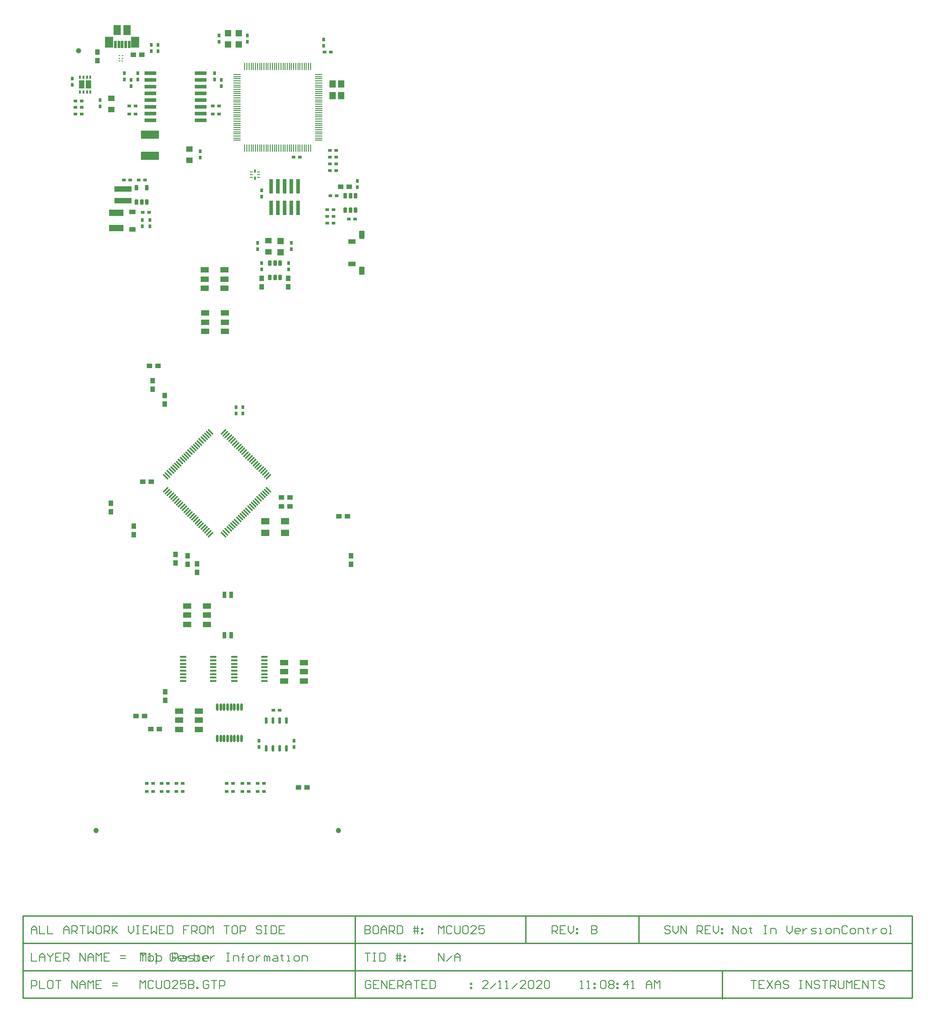
<source format=gtp>
G04*
G04 #@! TF.GenerationSoftware,Altium Limited,Altium Designer,18.1.9 (240)*
G04*
G04 Layer_Color=9021481*
%FSAX25Y25*%
%MOIN*%
G70*
G01*
G75*
%ADD11C,0.01000*%
%ADD18C,0.00800*%
G04:AMPARAMS|DCode=35|XSize=57.87mil|YSize=41.73mil|CornerRadius=1.88mil|HoleSize=0mil|Usage=FLASHONLY|Rotation=270.000|XOffset=0mil|YOffset=0mil|HoleType=Round|Shape=RoundedRectangle|*
%AMROUNDEDRECTD35*
21,1,0.05787,0.03798,0,0,270.0*
21,1,0.05412,0.04173,0,0,270.0*
1,1,0.00376,-0.01899,-0.02706*
1,1,0.00376,-0.01899,0.02706*
1,1,0.00376,0.01899,0.02706*
1,1,0.00376,0.01899,-0.02706*
%
%ADD35ROUNDEDRECTD35*%
G04:AMPARAMS|DCode=36|XSize=25.59mil|YSize=88.58mil|CornerRadius=1.92mil|HoleSize=0mil|Usage=FLASHONLY|Rotation=270.000|XOffset=0mil|YOffset=0mil|HoleType=Round|Shape=RoundedRectangle|*
%AMROUNDEDRECTD36*
21,1,0.02559,0.08474,0,0,270.0*
21,1,0.02175,0.08858,0,0,270.0*
1,1,0.00384,-0.04237,-0.01088*
1,1,0.00384,-0.04237,0.01088*
1,1,0.00384,0.04237,0.01088*
1,1,0.00384,0.04237,-0.01088*
%
%ADD36ROUNDEDRECTD36*%
G04:AMPARAMS|DCode=37|XSize=7.87mil|YSize=13.78mil|CornerRadius=1.97mil|HoleSize=0mil|Usage=FLASHONLY|Rotation=270.000|XOffset=0mil|YOffset=0mil|HoleType=Round|Shape=RoundedRectangle|*
%AMROUNDEDRECTD37*
21,1,0.00787,0.00984,0,0,270.0*
21,1,0.00394,0.01378,0,0,270.0*
1,1,0.00394,-0.00492,-0.00197*
1,1,0.00394,-0.00492,0.00197*
1,1,0.00394,0.00492,0.00197*
1,1,0.00394,0.00492,-0.00197*
%
%ADD37ROUNDEDRECTD37*%
G04:AMPARAMS|DCode=38|XSize=7.87mil|YSize=11.81mil|CornerRadius=1.97mil|HoleSize=0mil|Usage=FLASHONLY|Rotation=270.000|XOffset=0mil|YOffset=0mil|HoleType=Round|Shape=RoundedRectangle|*
%AMROUNDEDRECTD38*
21,1,0.00787,0.00787,0,0,270.0*
21,1,0.00394,0.01181,0,0,270.0*
1,1,0.00394,-0.00394,-0.00197*
1,1,0.00394,-0.00394,0.00197*
1,1,0.00394,0.00394,0.00197*
1,1,0.00394,0.00394,-0.00197*
%
%ADD38ROUNDEDRECTD38*%
%ADD39R,0.06299X0.04921*%
%ADD40R,0.03150X0.02362*%
%ADD41R,0.04724X0.04724*%
%ADD42O,0.02165X0.04921*%
%ADD43R,0.02362X0.03150*%
%ADD44R,0.04724X0.05512*%
%ADD45R,0.02913X0.10984*%
G04:AMPARAMS|DCode=46|XSize=11.81mil|YSize=23.62mil|CornerRadius=1.95mil|HoleSize=0mil|Usage=FLASHONLY|Rotation=0.000|XOffset=0mil|YOffset=0mil|HoleType=Round|Shape=RoundedRectangle|*
%AMROUNDEDRECTD46*
21,1,0.01181,0.01972,0,0,0.0*
21,1,0.00791,0.02362,0,0,0.0*
1,1,0.00390,0.00396,-0.00986*
1,1,0.00390,-0.00396,-0.00986*
1,1,0.00390,-0.00396,0.00986*
1,1,0.00390,0.00396,0.00986*
%
%ADD46ROUNDEDRECTD46*%
G04:AMPARAMS|DCode=47|XSize=9.84mil|YSize=21.65mil|CornerRadius=1.97mil|HoleSize=0mil|Usage=FLASHONLY|Rotation=270.000|XOffset=0mil|YOffset=0mil|HoleType=Round|Shape=RoundedRectangle|*
%AMROUNDEDRECTD47*
21,1,0.00984,0.01772,0,0,270.0*
21,1,0.00591,0.02165,0,0,270.0*
1,1,0.00394,-0.00886,-0.00295*
1,1,0.00394,-0.00886,0.00295*
1,1,0.00394,0.00886,0.00295*
1,1,0.00394,0.00886,-0.00295*
%
%ADD47ROUNDEDRECTD47*%
G04:AMPARAMS|DCode=48|XSize=7.87mil|YSize=21.65mil|CornerRadius=1.97mil|HoleSize=0mil|Usage=FLASHONLY|Rotation=270.000|XOffset=0mil|YOffset=0mil|HoleType=Round|Shape=RoundedRectangle|*
%AMROUNDEDRECTD48*
21,1,0.00787,0.01772,0,0,270.0*
21,1,0.00394,0.02165,0,0,270.0*
1,1,0.00394,-0.00886,-0.00197*
1,1,0.00394,-0.00886,0.00197*
1,1,0.00394,0.00886,0.00197*
1,1,0.00394,0.00886,-0.00197*
%
%ADD48ROUNDEDRECTD48*%
%ADD49R,0.04724X0.04331*%
%ADD50C,0.03937*%
%ADD51R,0.13386X0.06299*%
%ADD52R,0.04803X0.03602*%
%ADD53R,0.12598X0.03937*%
G04:AMPARAMS|DCode=54|XSize=35.43mil|YSize=51.18mil|CornerRadius=1.95mil|HoleSize=0mil|Usage=FLASHONLY|Rotation=270.000|XOffset=0mil|YOffset=0mil|HoleType=Round|Shape=RoundedRectangle|*
%AMROUNDEDRECTD54*
21,1,0.03543,0.04728,0,0,270.0*
21,1,0.03154,0.05118,0,0,270.0*
1,1,0.00390,-0.02364,-0.01577*
1,1,0.00390,-0.02364,0.01577*
1,1,0.00390,0.02364,0.01577*
1,1,0.00390,0.02364,-0.01577*
%
%ADD54ROUNDEDRECTD54*%
G04:AMPARAMS|DCode=55|XSize=57.09mil|YSize=39.37mil|CornerRadius=1.97mil|HoleSize=0mil|Usage=FLASHONLY|Rotation=270.000|XOffset=0mil|YOffset=0mil|HoleType=Round|Shape=RoundedRectangle|*
%AMROUNDEDRECTD55*
21,1,0.05709,0.03543,0,0,270.0*
21,1,0.05315,0.03937,0,0,270.0*
1,1,0.00394,-0.01772,-0.02657*
1,1,0.00394,-0.01772,0.02657*
1,1,0.00394,0.01772,0.02657*
1,1,0.00394,0.01772,-0.02657*
%
%ADD55ROUNDEDRECTD55*%
%ADD56R,0.06299X0.03937*%
G04:AMPARAMS|DCode=57|XSize=23.62mil|YSize=39.37mil|CornerRadius=2.01mil|HoleSize=0mil|Usage=FLASHONLY|Rotation=180.000|XOffset=0mil|YOffset=0mil|HoleType=Round|Shape=RoundedRectangle|*
%AMROUNDEDRECTD57*
21,1,0.02362,0.03535,0,0,180.0*
21,1,0.01961,0.03937,0,0,180.0*
1,1,0.00402,-0.00980,0.01768*
1,1,0.00402,0.00980,0.01768*
1,1,0.00402,0.00980,-0.01768*
1,1,0.00402,-0.00980,-0.01768*
%
%ADD57ROUNDEDRECTD57*%
%ADD58R,0.10630X0.05118*%
%ADD59R,0.03740X0.03937*%
%ADD60R,0.03937X0.03740*%
%ADD61R,0.02992X0.05000*%
%ADD62R,0.06299X0.03937*%
%ADD63O,0.00787X0.05512*%
%ADD64O,0.05512X0.00787*%
%ADD65O,0.01772X0.05512*%
%ADD66O,0.04724X0.01575*%
G04:AMPARAMS|DCode=67|XSize=58.07mil|YSize=82.68mil|CornerRadius=2.03mil|HoleSize=0mil|Usage=FLASHONLY|Rotation=0.000|XOffset=0mil|YOffset=0mil|HoleType=Round|Shape=RoundedRectangle|*
%AMROUNDEDRECTD67*
21,1,0.05807,0.07861,0,0,0.0*
21,1,0.05401,0.08268,0,0,0.0*
1,1,0.00407,0.02700,-0.03931*
1,1,0.00407,-0.02700,-0.03931*
1,1,0.00407,-0.02700,0.03931*
1,1,0.00407,0.02700,0.03931*
%
%ADD67ROUNDEDRECTD67*%
G04:AMPARAMS|DCode=68|XSize=54.13mil|YSize=74.8mil|CornerRadius=1.9mil|HoleSize=0mil|Usage=FLASHONLY|Rotation=0.000|XOffset=0mil|YOffset=0mil|HoleType=Round|Shape=RoundedRectangle|*
%AMROUNDEDRECTD68*
21,1,0.05413,0.07101,0,0,0.0*
21,1,0.05034,0.07480,0,0,0.0*
1,1,0.00379,0.02517,-0.03551*
1,1,0.00379,-0.02517,-0.03551*
1,1,0.00379,-0.02517,0.03551*
1,1,0.00379,0.02517,0.03551*
%
%ADD68ROUNDEDRECTD68*%
G04:AMPARAMS|DCode=69|XSize=17.72mil|YSize=54.33mil|CornerRadius=1.95mil|HoleSize=0mil|Usage=FLASHONLY|Rotation=0.000|XOffset=0mil|YOffset=0mil|HoleType=Round|Shape=RoundedRectangle|*
%AMROUNDEDRECTD69*
21,1,0.01772,0.05043,0,0,0.0*
21,1,0.01382,0.05433,0,0,0.0*
1,1,0.00390,0.00691,-0.02522*
1,1,0.00390,-0.00691,-0.02522*
1,1,0.00390,-0.00691,0.02522*
1,1,0.00390,0.00691,0.02522*
%
%ADD69ROUNDEDRECTD69*%
G04:AMPARAMS|DCode=70|XSize=11.81mil|YSize=57.09mil|CornerRadius=0mil|HoleSize=0mil|Usage=FLASHONLY|Rotation=315.000|XOffset=0mil|YOffset=0mil|HoleType=Round|Shape=Round|*
%AMOVALD70*
21,1,0.04528,0.01181,0.00000,0.00000,45.0*
1,1,0.01181,-0.01601,-0.01601*
1,1,0.01181,0.01601,0.01601*
%
%ADD70OVALD70*%

G04:AMPARAMS|DCode=71|XSize=11.81mil|YSize=57.09mil|CornerRadius=0mil|HoleSize=0mil|Usage=FLASHONLY|Rotation=45.000|XOffset=0mil|YOffset=0mil|HoleType=Round|Shape=Round|*
%AMOVALD71*
21,1,0.04528,0.01181,0.00000,0.00000,135.0*
1,1,0.01181,0.01601,-0.01601*
1,1,0.01181,-0.01601,0.01601*
%
%ADD71OVALD71*%

G54D11*
X0559400Y0039400D02*
Y0059683D01*
X0440500Y0040050D02*
X0700200D01*
Y0101050D01*
X0286500Y0040050D02*
Y0101050D01*
X0040000Y0040050D02*
Y0101050D01*
X0040050Y0040050D02*
X0197600D01*
X0040050D02*
Y0101050D01*
X0700200D01*
X0040000Y0040050D02*
X0440500D01*
X0040000Y0060383D02*
X0700000D01*
X0040000Y0080717D02*
X0700200D01*
X0413200D02*
Y0101050D01*
X0497200Y0080717D02*
Y0101050D01*
G54D18*
X0126900Y0073549D02*
X0130899D01*
X0128899D01*
Y0067551D01*
X0133898D02*
X0135897D01*
X0136897Y0068550D01*
Y0070550D01*
X0135897Y0071549D01*
X0133898D01*
X0132898Y0070550D01*
Y0068550D01*
X0133898Y0067551D01*
X0138896Y0065551D02*
Y0071549D01*
X0141895D01*
X0142895Y0070550D01*
Y0068550D01*
X0141895Y0067551D01*
X0138896D01*
X0150892D02*
Y0073549D01*
X0153891D01*
X0154891Y0072549D01*
Y0070550D01*
X0153891Y0069550D01*
X0150892D01*
X0157890Y0071549D02*
X0159889D01*
X0160889Y0070550D01*
Y0067551D01*
X0157890D01*
X0156890Y0068550D01*
X0157890Y0069550D01*
X0160889D01*
X0162888Y0067551D02*
X0165887D01*
X0166887Y0068550D01*
X0165887Y0069550D01*
X0163888D01*
X0162888Y0070550D01*
X0163888Y0071549D01*
X0166887D01*
X0169886Y0072549D02*
Y0071549D01*
X0168886D01*
X0170886D01*
X0169886D01*
Y0068550D01*
X0170886Y0067551D01*
X0176884D02*
X0174884D01*
X0173885Y0068550D01*
Y0070550D01*
X0174884Y0071549D01*
X0176884D01*
X0177884Y0070550D01*
Y0069550D01*
X0173885D01*
X0127200Y0067400D02*
Y0073398D01*
X0129199Y0071399D01*
X0131199Y0073398D01*
Y0067400D01*
X0133198D02*
X0135197D01*
X0134198D01*
Y0073398D01*
X0133198Y0072398D01*
X0138196Y0067400D02*
X0140196D01*
X0139196D01*
Y0073398D01*
X0138196Y0072398D01*
X0153192D02*
X0152192Y0073398D01*
X0150193D01*
X0149193Y0072398D01*
Y0068400D01*
X0150193Y0067400D01*
X0152192D01*
X0153192Y0068400D01*
Y0070399D01*
X0151192D01*
X0158190Y0067400D02*
X0156191D01*
X0155191Y0068400D01*
Y0070399D01*
X0156191Y0071399D01*
X0158190D01*
X0159190Y0070399D01*
Y0069399D01*
X0155191D01*
X0161189Y0071399D02*
Y0067400D01*
Y0069399D01*
X0162189Y0070399D01*
X0163188Y0071399D01*
X0164188D01*
X0167187Y0073398D02*
Y0067400D01*
X0170186D01*
X0171186Y0068400D01*
Y0069399D01*
Y0070399D01*
X0170186Y0071399D01*
X0167187D01*
X0176184Y0067400D02*
X0174185D01*
X0173185Y0068400D01*
Y0070399D01*
X0174185Y0071399D01*
X0176184D01*
X0177184Y0070399D01*
Y0069399D01*
X0173185D01*
X0179183Y0071399D02*
Y0067400D01*
Y0069399D01*
X0180183Y0070399D01*
X0181183Y0071399D01*
X0182182D01*
X0191179Y0073398D02*
X0193179D01*
X0192179D01*
Y0067400D01*
X0191179D01*
X0193179D01*
X0196178D02*
Y0071399D01*
X0199177D01*
X0200176Y0070399D01*
Y0067400D01*
X0203175D02*
Y0072398D01*
Y0070399D01*
X0202176D01*
X0204175D01*
X0203175D01*
Y0072398D01*
X0204175Y0073398D01*
X0208174Y0067400D02*
X0210173D01*
X0211173Y0068400D01*
Y0070399D01*
X0210173Y0071399D01*
X0208174D01*
X0207174Y0070399D01*
Y0068400D01*
X0208174Y0067400D01*
X0213172Y0071399D02*
Y0067400D01*
Y0069399D01*
X0214172Y0070399D01*
X0215172Y0071399D01*
X0216171D01*
X0219170Y0067400D02*
Y0071399D01*
X0220170D01*
X0221170Y0070399D01*
Y0067400D01*
Y0070399D01*
X0222169Y0071399D01*
X0223169Y0070399D01*
Y0067400D01*
X0226168Y0071399D02*
X0228167D01*
X0229167Y0070399D01*
Y0067400D01*
X0226168D01*
X0225168Y0068400D01*
X0226168Y0069399D01*
X0229167D01*
X0232166Y0072398D02*
Y0071399D01*
X0231166D01*
X0233166D01*
X0232166D01*
Y0068400D01*
X0233166Y0067400D01*
X0236165D02*
X0238164D01*
X0237164D01*
Y0071399D01*
X0236165D01*
X0242163Y0067400D02*
X0244162D01*
X0245162Y0068400D01*
Y0070399D01*
X0244162Y0071399D01*
X0242163D01*
X0241163Y0070399D01*
Y0068400D01*
X0242163Y0067400D01*
X0247161D02*
Y0071399D01*
X0250160D01*
X0251160Y0070399D01*
Y0067400D01*
X0348550Y0067500D02*
Y0073498D01*
X0352549Y0067500D01*
Y0073498D01*
X0354548Y0067500D02*
X0358547Y0071499D01*
X0360546Y0067500D02*
Y0071499D01*
X0362545Y0073498D01*
X0364545Y0071499D01*
Y0067500D01*
Y0070499D01*
X0360546D01*
X0294000Y0073498D02*
X0297999D01*
X0295999D01*
Y0067500D01*
X0299998Y0073498D02*
X0301997D01*
X0300998D01*
Y0067500D01*
X0299998D01*
X0301997D01*
X0304996Y0073498D02*
Y0067500D01*
X0307996D01*
X0308995Y0068500D01*
Y0072498D01*
X0307996Y0073498D01*
X0304996D01*
X0317992Y0067500D02*
Y0073498D01*
X0319992D02*
Y0067500D01*
X0316993Y0071499D02*
X0319992D01*
X0320991D01*
X0316993Y0069499D02*
X0320991D01*
X0322991Y0071499D02*
X0323990D01*
Y0070499D01*
X0322991D01*
Y0071499D01*
Y0068500D02*
X0323990D01*
Y0067500D01*
X0322991D01*
Y0068500D01*
X0580500Y0052965D02*
X0584499D01*
X0582499D01*
Y0046966D01*
X0590497Y0052965D02*
X0586498D01*
Y0046966D01*
X0590497D01*
X0586498Y0049966D02*
X0588497D01*
X0592496Y0052965D02*
X0596495Y0046966D01*
Y0052965D02*
X0592496Y0046966D01*
X0598494D02*
Y0050965D01*
X0600493Y0052965D01*
X0602493Y0050965D01*
Y0046966D01*
Y0049966D01*
X0598494D01*
X0608491Y0051965D02*
X0607491Y0052965D01*
X0605492D01*
X0604492Y0051965D01*
Y0050965D01*
X0605492Y0049966D01*
X0607491D01*
X0608491Y0048966D01*
Y0047966D01*
X0607491Y0046966D01*
X0605492D01*
X0604492Y0047966D01*
X0616488Y0052965D02*
X0618488D01*
X0617488D01*
Y0046966D01*
X0616488D01*
X0618488D01*
X0621487D02*
Y0052965D01*
X0625486Y0046966D01*
Y0052965D01*
X0631484Y0051965D02*
X0630484Y0052965D01*
X0628484D01*
X0627485Y0051965D01*
Y0050965D01*
X0628484Y0049966D01*
X0630484D01*
X0631484Y0048966D01*
Y0047966D01*
X0630484Y0046966D01*
X0628484D01*
X0627485Y0047966D01*
X0633483Y0052965D02*
X0637482D01*
X0635482D01*
Y0046966D01*
X0639481D02*
Y0052965D01*
X0642480D01*
X0643480Y0051965D01*
Y0049966D01*
X0642480Y0048966D01*
X0639481D01*
X0641480D02*
X0643480Y0046966D01*
X0645479Y0052965D02*
Y0047966D01*
X0646479Y0046966D01*
X0648478D01*
X0649478Y0047966D01*
Y0052965D01*
X0651477Y0046966D02*
Y0052965D01*
X0653476Y0050965D01*
X0655476Y0052965D01*
Y0046966D01*
X0661474Y0052965D02*
X0657475D01*
Y0046966D01*
X0661474D01*
X0657475Y0049966D02*
X0659474D01*
X0663473Y0046966D02*
Y0052965D01*
X0667472Y0046966D01*
Y0052965D01*
X0669471D02*
X0673470D01*
X0671471D01*
Y0046966D01*
X0679468Y0051965D02*
X0678468Y0052965D01*
X0676469D01*
X0675469Y0051965D01*
Y0050965D01*
X0676469Y0049966D01*
X0678468D01*
X0679468Y0048966D01*
Y0047966D01*
X0678468Y0046966D01*
X0676469D01*
X0675469Y0047966D01*
X0454050Y0046966D02*
X0456049D01*
X0455050D01*
Y0052965D01*
X0454050Y0051965D01*
X0459048Y0046966D02*
X0461048D01*
X0460048D01*
Y0052965D01*
X0459048Y0051965D01*
X0464047Y0050965D02*
X0465046D01*
Y0049966D01*
X0464047D01*
Y0050965D01*
Y0047966D02*
X0465046D01*
Y0046966D01*
X0464047D01*
Y0047966D01*
X0469045Y0051965D02*
X0470045Y0052965D01*
X0472044D01*
X0473044Y0051965D01*
Y0047966D01*
X0472044Y0046966D01*
X0470045D01*
X0469045Y0047966D01*
Y0051965D01*
X0475043D02*
X0476043Y0052965D01*
X0478042D01*
X0479042Y0051965D01*
Y0050965D01*
X0478042Y0049966D01*
X0479042Y0048966D01*
Y0047966D01*
X0478042Y0046966D01*
X0476043D01*
X0475043Y0047966D01*
Y0048966D01*
X0476043Y0049966D01*
X0475043Y0050965D01*
Y0051965D01*
X0476043Y0049966D02*
X0478042D01*
X0481041Y0050965D02*
X0482041D01*
Y0049966D01*
X0481041D01*
Y0050965D01*
Y0047966D02*
X0482041D01*
Y0046966D01*
X0481041D01*
Y0047966D01*
X0489039Y0046966D02*
Y0052965D01*
X0486040Y0049966D01*
X0490038D01*
X0492038Y0046966D02*
X0494037D01*
X0493037D01*
Y0052965D01*
X0492038Y0051965D01*
X0503034Y0046966D02*
Y0050965D01*
X0505033Y0052965D01*
X0507033Y0050965D01*
Y0046966D01*
Y0049966D01*
X0503034D01*
X0509032Y0046966D02*
Y0052965D01*
X0511031Y0050965D01*
X0513031Y0052965D01*
Y0046966D01*
X0046350D02*
Y0052965D01*
X0049349D01*
X0050349Y0051965D01*
Y0049966D01*
X0049349Y0048966D01*
X0046350D01*
X0052348Y0052965D02*
Y0046966D01*
X0056347D01*
X0061345Y0052965D02*
X0059346D01*
X0058346Y0051965D01*
Y0047966D01*
X0059346Y0046966D01*
X0061345D01*
X0062345Y0047966D01*
Y0051965D01*
X0061345Y0052965D01*
X0064344D02*
X0068343D01*
X0066343D01*
Y0046966D01*
X0076340D02*
Y0052965D01*
X0080339Y0046966D01*
Y0052965D01*
X0082338Y0046966D02*
Y0050965D01*
X0084338Y0052965D01*
X0086337Y0050965D01*
Y0046966D01*
Y0049966D01*
X0082338D01*
X0088336Y0046966D02*
Y0052965D01*
X0090336Y0050965D01*
X0092335Y0052965D01*
Y0046966D01*
X0098333Y0052965D02*
X0094335D01*
Y0046966D01*
X0098333D01*
X0094335Y0049966D02*
X0096334D01*
X0106331Y0048966D02*
X0110329D01*
X0106331Y0050965D02*
X0110329D01*
X0046350Y0073549D02*
Y0067551D01*
X0050349D01*
X0052348D02*
Y0071549D01*
X0054347Y0073549D01*
X0056347Y0071549D01*
Y0067551D01*
Y0070550D01*
X0052348D01*
X0058346Y0073549D02*
Y0072549D01*
X0060346Y0070550D01*
X0062345Y0072549D01*
Y0073549D01*
X0060346Y0070550D02*
Y0067551D01*
X0068343Y0073549D02*
X0064344D01*
Y0067551D01*
X0068343D01*
X0064344Y0070550D02*
X0066343D01*
X0070342Y0067551D02*
Y0073549D01*
X0073341D01*
X0074341Y0072549D01*
Y0070550D01*
X0073341Y0069550D01*
X0070342D01*
X0072342D02*
X0074341Y0067551D01*
X0082338D02*
Y0073549D01*
X0086337Y0067551D01*
Y0073549D01*
X0088336Y0067551D02*
Y0071549D01*
X0090336Y0073549D01*
X0092335Y0071549D01*
Y0067551D01*
Y0070550D01*
X0088336D01*
X0094335Y0067551D02*
Y0073549D01*
X0096334Y0071549D01*
X0098333Y0073549D01*
Y0067551D01*
X0104331Y0073549D02*
X0100332D01*
Y0067551D01*
X0104331D01*
X0100332Y0070550D02*
X0102332D01*
X0112329Y0069550D02*
X0116327D01*
X0112329Y0071549D02*
X0116327D01*
X0294000Y0093831D02*
Y0087833D01*
X0296999D01*
X0297999Y0088833D01*
Y0089833D01*
X0296999Y0090832D01*
X0294000D01*
X0296999D01*
X0297999Y0091832D01*
Y0092832D01*
X0296999Y0093831D01*
X0294000D01*
X0302997D02*
X0300998D01*
X0299998Y0092832D01*
Y0088833D01*
X0300998Y0087833D01*
X0302997D01*
X0303997Y0088833D01*
Y0092832D01*
X0302997Y0093831D01*
X0305996Y0087833D02*
Y0091832D01*
X0307996Y0093831D01*
X0309995Y0091832D01*
Y0087833D01*
Y0090832D01*
X0305996D01*
X0311994Y0087833D02*
Y0093831D01*
X0314993D01*
X0315993Y0092832D01*
Y0090832D01*
X0314993Y0089833D01*
X0311994D01*
X0313994D02*
X0315993Y0087833D01*
X0317992Y0093831D02*
Y0087833D01*
X0320991D01*
X0321991Y0088833D01*
Y0092832D01*
X0320991Y0093831D01*
X0317992D01*
X0330988Y0087833D02*
Y0093831D01*
X0332987D02*
Y0087833D01*
X0329988Y0091832D02*
X0332987D01*
X0333987D01*
X0329988Y0089833D02*
X0333987D01*
X0335986Y0091832D02*
X0336986D01*
Y0090832D01*
X0335986D01*
Y0091832D01*
Y0088833D02*
X0336986D01*
Y0087833D01*
X0335986D01*
Y0088833D01*
X0348550Y0087833D02*
Y0093831D01*
X0350549Y0091832D01*
X0352549Y0093831D01*
Y0087833D01*
X0358547Y0092832D02*
X0357547Y0093831D01*
X0355548D01*
X0354548Y0092832D01*
Y0088833D01*
X0355548Y0087833D01*
X0357547D01*
X0358547Y0088833D01*
X0360546Y0093831D02*
Y0088833D01*
X0361546Y0087833D01*
X0363545D01*
X0364545Y0088833D01*
Y0093831D01*
X0366544Y0092832D02*
X0367544Y0093831D01*
X0369543D01*
X0370543Y0092832D01*
Y0088833D01*
X0369543Y0087833D01*
X0367544D01*
X0366544Y0088833D01*
Y0092832D01*
X0376541Y0087833D02*
X0372542D01*
X0376541Y0091832D01*
Y0092832D01*
X0375541Y0093831D01*
X0373542D01*
X0372542Y0092832D01*
X0382539Y0093831D02*
X0378540D01*
Y0090832D01*
X0380540Y0091832D01*
X0381539D01*
X0382539Y0090832D01*
Y0088833D01*
X0381539Y0087833D01*
X0379540D01*
X0378540Y0088833D01*
X0462150Y0093831D02*
Y0087833D01*
X0465149D01*
X0466149Y0088833D01*
Y0089833D01*
X0465149Y0090832D01*
X0462150D01*
X0465149D01*
X0466149Y0091832D01*
Y0092832D01*
X0465149Y0093831D01*
X0462150D01*
X0046350Y0087833D02*
Y0091832D01*
X0048349Y0093831D01*
X0050349Y0091832D01*
Y0087833D01*
Y0090832D01*
X0046350D01*
X0052348Y0093831D02*
Y0087833D01*
X0056347D01*
X0058346Y0093831D02*
Y0087833D01*
X0062345D01*
X0070342D02*
Y0091832D01*
X0072342Y0093831D01*
X0074341Y0091832D01*
Y0087833D01*
Y0090832D01*
X0070342D01*
X0076340Y0087833D02*
Y0093831D01*
X0079339D01*
X0080339Y0092832D01*
Y0090832D01*
X0079339Y0089833D01*
X0076340D01*
X0078340D02*
X0080339Y0087833D01*
X0082338Y0093831D02*
X0086337D01*
X0084338D01*
Y0087833D01*
X0088336Y0093831D02*
Y0087833D01*
X0090336Y0089833D01*
X0092335Y0087833D01*
Y0093831D01*
X0097334D02*
X0095334D01*
X0094335Y0092832D01*
Y0088833D01*
X0095334Y0087833D01*
X0097334D01*
X0098333Y0088833D01*
Y0092832D01*
X0097334Y0093831D01*
X0100332Y0087833D02*
Y0093831D01*
X0103332D01*
X0104331Y0092832D01*
Y0090832D01*
X0103332Y0089833D01*
X0100332D01*
X0102332D02*
X0104331Y0087833D01*
X0106331Y0093831D02*
Y0087833D01*
Y0089833D01*
X0110329Y0093831D01*
X0107330Y0090832D01*
X0110329Y0087833D01*
X0118327Y0093831D02*
Y0089833D01*
X0120326Y0087833D01*
X0122325Y0089833D01*
Y0093831D01*
X0124325D02*
X0126324D01*
X0125324D01*
Y0087833D01*
X0124325D01*
X0126324D01*
X0133322Y0093831D02*
X0129323D01*
Y0087833D01*
X0133322D01*
X0129323Y0090832D02*
X0131323D01*
X0135321Y0093831D02*
Y0087833D01*
X0137321Y0089833D01*
X0139320Y0087833D01*
Y0093831D01*
X0145318D02*
X0141319D01*
Y0087833D01*
X0145318D01*
X0141319Y0090832D02*
X0143319D01*
X0147317Y0093831D02*
Y0087833D01*
X0150316D01*
X0151316Y0088833D01*
Y0092832D01*
X0150316Y0093831D01*
X0147317D01*
X0163312D02*
X0159313D01*
Y0090832D01*
X0161313D01*
X0159313D01*
Y0087833D01*
X0165312D02*
Y0093831D01*
X0168310D01*
X0169310Y0092832D01*
Y0090832D01*
X0168310Y0089833D01*
X0165312D01*
X0167311D02*
X0169310Y0087833D01*
X0174309Y0093831D02*
X0172309D01*
X0171310Y0092832D01*
Y0088833D01*
X0172309Y0087833D01*
X0174309D01*
X0175308Y0088833D01*
Y0092832D01*
X0174309Y0093831D01*
X0177308Y0087833D02*
Y0093831D01*
X0179307Y0091832D01*
X0181306Y0093831D01*
Y0087833D01*
X0189304Y0093831D02*
X0193303D01*
X0191303D01*
Y0087833D01*
X0198301Y0093831D02*
X0196301D01*
X0195302Y0092832D01*
Y0088833D01*
X0196301Y0087833D01*
X0198301D01*
X0199301Y0088833D01*
Y0092832D01*
X0198301Y0093831D01*
X0201300Y0087833D02*
Y0093831D01*
X0204299D01*
X0205299Y0092832D01*
Y0090832D01*
X0204299Y0089833D01*
X0201300D01*
X0217295Y0092832D02*
X0216295Y0093831D01*
X0214296D01*
X0213296Y0092832D01*
Y0091832D01*
X0214296Y0090832D01*
X0216295D01*
X0217295Y0089833D01*
Y0088833D01*
X0216295Y0087833D01*
X0214296D01*
X0213296Y0088833D01*
X0219294Y0093831D02*
X0221293D01*
X0220294D01*
Y0087833D01*
X0219294D01*
X0221293D01*
X0224292Y0093831D02*
Y0087833D01*
X0227291D01*
X0228291Y0088833D01*
Y0092832D01*
X0227291Y0093831D01*
X0224292D01*
X0234289D02*
X0230291D01*
Y0087833D01*
X0234289D01*
X0230291Y0090832D02*
X0232290D01*
X0298199Y0051965D02*
X0297199Y0052965D01*
X0295200D01*
X0294200Y0051965D01*
Y0047966D01*
X0295200Y0046966D01*
X0297199D01*
X0298199Y0047966D01*
Y0049966D01*
X0296199D01*
X0304197Y0052965D02*
X0300198D01*
Y0046966D01*
X0304197D01*
X0300198Y0049966D02*
X0302197D01*
X0306196Y0046966D02*
Y0052965D01*
X0310195Y0046966D01*
Y0052965D01*
X0316193D02*
X0312194D01*
Y0046966D01*
X0316193D01*
X0312194Y0049966D02*
X0314194D01*
X0318192Y0046966D02*
Y0052965D01*
X0321191D01*
X0322191Y0051965D01*
Y0049966D01*
X0321191Y0048966D01*
X0318192D01*
X0320192D02*
X0322191Y0046966D01*
X0324190D02*
Y0050965D01*
X0326190Y0052965D01*
X0328189Y0050965D01*
Y0046966D01*
Y0049966D01*
X0324190D01*
X0330188Y0052965D02*
X0334187D01*
X0332188D01*
Y0046966D01*
X0340185Y0052965D02*
X0336186D01*
Y0046966D01*
X0340185D01*
X0336186Y0049966D02*
X0338186D01*
X0342184Y0052965D02*
Y0046966D01*
X0345183D01*
X0346183Y0047966D01*
Y0051965D01*
X0345183Y0052965D01*
X0342184D01*
X0372175Y0050965D02*
X0373175D01*
Y0049966D01*
X0372175D01*
Y0050965D01*
Y0047966D02*
X0373175D01*
Y0046966D01*
X0372175D01*
Y0047966D01*
X0385149Y0046966D02*
X0381150D01*
X0385149Y0050965D01*
Y0051965D01*
X0384149Y0052965D01*
X0382150D01*
X0381150Y0051965D01*
X0387148Y0046966D02*
X0391147Y0050965D01*
X0393146Y0046966D02*
X0395146D01*
X0394146D01*
Y0052965D01*
X0393146Y0051965D01*
X0398145Y0046966D02*
X0400144D01*
X0399144D01*
Y0052965D01*
X0398145Y0051965D01*
X0403143Y0046966D02*
X0407142Y0050965D01*
X0413140Y0046966D02*
X0409141D01*
X0413140Y0050965D01*
Y0051965D01*
X0412140Y0052965D01*
X0410141D01*
X0409141Y0051965D01*
X0415139D02*
X0416139Y0052965D01*
X0418138D01*
X0419138Y0051965D01*
Y0047966D01*
X0418138Y0046966D01*
X0416139D01*
X0415139Y0047966D01*
Y0051965D01*
X0425136Y0046966D02*
X0421137D01*
X0425136Y0050965D01*
Y0051965D01*
X0424136Y0052965D01*
X0422137D01*
X0421137Y0051965D01*
X0427135D02*
X0428135Y0052965D01*
X0430134D01*
X0431134Y0051965D01*
Y0047966D01*
X0430134Y0046966D01*
X0428135D01*
X0427135Y0047966D01*
Y0051965D01*
X0126900Y0046966D02*
Y0052965D01*
X0128899Y0050965D01*
X0130899Y0052965D01*
Y0046966D01*
X0136897Y0051965D02*
X0135897Y0052965D01*
X0133898D01*
X0132898Y0051965D01*
Y0047966D01*
X0133898Y0046966D01*
X0135897D01*
X0136897Y0047966D01*
X0138896Y0052965D02*
Y0047966D01*
X0139896Y0046966D01*
X0141895D01*
X0142895Y0047966D01*
Y0052965D01*
X0144894Y0051965D02*
X0145894Y0052965D01*
X0147893D01*
X0148893Y0051965D01*
Y0047966D01*
X0147893Y0046966D01*
X0145894D01*
X0144894Y0047966D01*
Y0051965D01*
X0154891Y0046966D02*
X0150892D01*
X0154891Y0050965D01*
Y0051965D01*
X0153891Y0052965D01*
X0151892D01*
X0150892Y0051965D01*
X0160889Y0052965D02*
X0156890D01*
Y0049966D01*
X0158890Y0050965D01*
X0159889D01*
X0160889Y0049966D01*
Y0047966D01*
X0159889Y0046966D01*
X0157890D01*
X0156890Y0047966D01*
X0162888Y0052965D02*
Y0046966D01*
X0165887D01*
X0166887Y0047966D01*
Y0048966D01*
X0165887Y0049966D01*
X0162888D01*
X0165887D01*
X0166887Y0050965D01*
Y0051965D01*
X0165887Y0052965D01*
X0162888D01*
X0168886Y0046966D02*
Y0047966D01*
X0169886D01*
Y0046966D01*
X0168886D01*
X0177884Y0051965D02*
X0176884Y0052965D01*
X0174884D01*
X0173885Y0051965D01*
Y0047966D01*
X0174884Y0046966D01*
X0176884D01*
X0177884Y0047966D01*
Y0049966D01*
X0175884D01*
X0179883Y0052965D02*
X0183882D01*
X0181882D01*
Y0046966D01*
X0185881D02*
Y0052965D01*
X0188880D01*
X0189880Y0051965D01*
Y0049966D01*
X0188880Y0048966D01*
X0185881D01*
X0433000Y0087833D02*
Y0093831D01*
X0435999D01*
X0436999Y0092832D01*
Y0090832D01*
X0435999Y0089833D01*
X0433000D01*
X0434999D02*
X0436999Y0087833D01*
X0442997Y0093831D02*
X0438998D01*
Y0087833D01*
X0442997D01*
X0438998Y0090832D02*
X0440997D01*
X0444996Y0093831D02*
Y0089833D01*
X0446995Y0087833D01*
X0448995Y0089833D01*
Y0093831D01*
X0450994Y0091832D02*
X0451994D01*
Y0090832D01*
X0450994D01*
Y0091832D01*
Y0088833D02*
X0451994D01*
Y0087833D01*
X0450994D01*
Y0088833D01*
X0520799Y0092832D02*
X0519799Y0093831D01*
X0517800D01*
X0516800Y0092832D01*
Y0091832D01*
X0517800Y0090832D01*
X0519799D01*
X0520799Y0089833D01*
Y0088833D01*
X0519799Y0087833D01*
X0517800D01*
X0516800Y0088833D01*
X0522798Y0093831D02*
Y0089833D01*
X0524797Y0087833D01*
X0526797Y0089833D01*
Y0093831D01*
X0528796Y0087833D02*
Y0093831D01*
X0532795Y0087833D01*
Y0093831D01*
X0540792Y0087833D02*
Y0093831D01*
X0543791D01*
X0544791Y0092832D01*
Y0090832D01*
X0543791Y0089833D01*
X0540792D01*
X0542792D02*
X0544791Y0087833D01*
X0550789Y0093831D02*
X0546790D01*
Y0087833D01*
X0550789D01*
X0546790Y0090832D02*
X0548790D01*
X0552788Y0093831D02*
Y0089833D01*
X0554788Y0087833D01*
X0556787Y0089833D01*
Y0093831D01*
X0558786Y0091832D02*
X0559786D01*
Y0090832D01*
X0558786D01*
Y0091832D01*
Y0088833D02*
X0559786D01*
Y0087833D01*
X0558786D01*
Y0088833D01*
X0567400Y0087833D02*
Y0093831D01*
X0571399Y0087833D01*
Y0093831D01*
X0574398Y0087833D02*
X0576397D01*
X0577397Y0088833D01*
Y0090832D01*
X0576397Y0091832D01*
X0574398D01*
X0573398Y0090832D01*
Y0088833D01*
X0574398Y0087833D01*
X0580396Y0092832D02*
Y0091832D01*
X0579396D01*
X0581395D01*
X0580396D01*
Y0088833D01*
X0581395Y0087833D01*
X0590393Y0093831D02*
X0592392D01*
X0591392D01*
Y0087833D01*
X0590393D01*
X0592392D01*
X0595391D02*
Y0091832D01*
X0598390D01*
X0599390Y0090832D01*
Y0087833D01*
X0607387Y0093831D02*
Y0089833D01*
X0609386Y0087833D01*
X0611386Y0089833D01*
Y0093831D01*
X0616384Y0087833D02*
X0614385D01*
X0613385Y0088833D01*
Y0090832D01*
X0614385Y0091832D01*
X0616384D01*
X0617384Y0090832D01*
Y0089833D01*
X0613385D01*
X0619383Y0091832D02*
Y0087833D01*
Y0089833D01*
X0620383Y0090832D01*
X0621383Y0091832D01*
X0622382D01*
X0625381Y0087833D02*
X0628380D01*
X0629380Y0088833D01*
X0628380Y0089833D01*
X0626381D01*
X0625381Y0090832D01*
X0626381Y0091832D01*
X0629380D01*
X0631379Y0087833D02*
X0633379D01*
X0632379D01*
Y0091832D01*
X0631379D01*
X0637377Y0087833D02*
X0639377D01*
X0640376Y0088833D01*
Y0090832D01*
X0639377Y0091832D01*
X0637377D01*
X0636378Y0090832D01*
Y0088833D01*
X0637377Y0087833D01*
X0642376D02*
Y0091832D01*
X0645375D01*
X0646374Y0090832D01*
Y0087833D01*
X0652373Y0092832D02*
X0651373Y0093831D01*
X0649373D01*
X0648374Y0092832D01*
Y0088833D01*
X0649373Y0087833D01*
X0651373D01*
X0652373Y0088833D01*
X0655372Y0087833D02*
X0657371D01*
X0658371Y0088833D01*
Y0090832D01*
X0657371Y0091832D01*
X0655372D01*
X0654372Y0090832D01*
Y0088833D01*
X0655372Y0087833D01*
X0660370D02*
Y0091832D01*
X0663369D01*
X0664369Y0090832D01*
Y0087833D01*
X0667368Y0092832D02*
Y0091832D01*
X0666368D01*
X0668367D01*
X0667368D01*
Y0088833D01*
X0668367Y0087833D01*
X0671366Y0091832D02*
Y0087833D01*
Y0089833D01*
X0672366Y0090832D01*
X0673366Y0091832D01*
X0674365D01*
X0678364Y0087833D02*
X0680364D01*
X0681363Y0088833D01*
Y0090832D01*
X0680364Y0091832D01*
X0678364D01*
X0677364Y0090832D01*
Y0088833D01*
X0678364Y0087833D01*
X0683362D02*
X0685362D01*
X0684362D01*
Y0093831D01*
X0683362D01*
G54D35*
X0083720Y0718400D02*
D03*
X0088680D02*
D03*
X0083720D02*
D03*
X0088680D02*
D03*
G54D36*
X0171901Y0691900D02*
D03*
Y0696900D02*
D03*
Y0701900D02*
D03*
Y0706900D02*
D03*
Y0711900D02*
D03*
Y0716900D02*
D03*
Y0721900D02*
D03*
Y0726900D02*
D03*
X0134499Y0691900D02*
D03*
Y0696900D02*
D03*
Y0701900D02*
D03*
Y0706900D02*
D03*
Y0711900D02*
D03*
Y0716900D02*
D03*
Y0721900D02*
D03*
Y0726900D02*
D03*
G54D37*
X0113783Y0735931D02*
D03*
G54D38*
X0113881Y0737900D02*
D03*
Y0739868D02*
D03*
X0111519D02*
D03*
Y0737900D02*
D03*
Y0735931D02*
D03*
G54D39*
X0220038Y0385362D02*
D03*
X0234605D02*
D03*
Y0394024D02*
D03*
X0220038D02*
D03*
G54D40*
X0272562Y0669400D02*
D03*
X0267838D02*
D03*
X0272562Y0664400D02*
D03*
X0267838D02*
D03*
X0272562Y0659400D02*
D03*
X0267838D02*
D03*
X0158562Y0199400D02*
D03*
X0153838D02*
D03*
X0225838Y0253900D02*
D03*
X0230562D02*
D03*
X0158562Y0193400D02*
D03*
X0153838D02*
D03*
X0147562Y0199400D02*
D03*
X0142838D02*
D03*
X0147562Y0193400D02*
D03*
X0142838D02*
D03*
X0136562D02*
D03*
X0131838D02*
D03*
X0136562Y0199400D02*
D03*
X0131838D02*
D03*
X0240838Y0664400D02*
D03*
X0245562D02*
D03*
X0114838Y0647400D02*
D03*
X0119562D02*
D03*
X0286562Y0618400D02*
D03*
X0281838D02*
D03*
X0270562Y0615400D02*
D03*
X0265838D02*
D03*
X0268338Y0635900D02*
D03*
X0273062D02*
D03*
X0219062Y0199400D02*
D03*
X0214338D02*
D03*
X0207562D02*
D03*
X0202838D02*
D03*
X0196062D02*
D03*
X0191338D02*
D03*
X0185562Y0702400D02*
D03*
X0180838D02*
D03*
X0185562Y0696400D02*
D03*
X0180838D02*
D03*
X0125838Y0647400D02*
D03*
X0130562D02*
D03*
X0270562Y0625400D02*
D03*
X0265838D02*
D03*
X0133562Y0623400D02*
D03*
X0128838D02*
D03*
X0265838Y0620400D02*
D03*
X0270562D02*
D03*
X0219062Y0193400D02*
D03*
X0214338D02*
D03*
X0207562D02*
D03*
X0202838D02*
D03*
X0196062D02*
D03*
X0191338D02*
D03*
X0268562Y0742400D02*
D03*
X0263838D02*
D03*
X0083562Y0696400D02*
D03*
X0078838D02*
D03*
Y0701300D02*
D03*
X0083562D02*
D03*
X0078838Y0706200D02*
D03*
X0083562D02*
D03*
X0123562Y0702400D02*
D03*
X0118838D02*
D03*
X0123562Y0696400D02*
D03*
X0118838D02*
D03*
X0272562Y0654400D02*
D03*
X0267838D02*
D03*
G54D41*
X0192200Y0756534D02*
D03*
Y0748266D02*
D03*
X0231200Y0593866D02*
D03*
Y0602134D02*
D03*
X0200200Y0756534D02*
D03*
Y0748266D02*
D03*
G54D42*
X0235700Y0246235D02*
D03*
X0230700D02*
D03*
X0225700D02*
D03*
X0220700D02*
D03*
X0235700Y0225565D02*
D03*
X0230700D02*
D03*
X0225700D02*
D03*
X0220700D02*
D03*
G54D43*
X0215200Y0231262D02*
D03*
Y0226538D02*
D03*
X0241200D02*
D03*
Y0231262D02*
D03*
X0182200Y0726762D02*
D03*
Y0722038D02*
D03*
X0217200Y0635038D02*
D03*
Y0639762D02*
D03*
X0128700Y0617762D02*
D03*
Y0613038D02*
D03*
X0198200Y0478762D02*
D03*
Y0474038D02*
D03*
X0288200Y0642038D02*
D03*
Y0646762D02*
D03*
X0115200Y0722038D02*
D03*
Y0726762D02*
D03*
X0140200Y0743038D02*
D03*
Y0747762D02*
D03*
X0134200Y0613038D02*
D03*
Y0617762D02*
D03*
X0203200Y0474038D02*
D03*
Y0478762D02*
D03*
X0217200Y0585762D02*
D03*
Y0581038D02*
D03*
X0237200Y0585762D02*
D03*
Y0581038D02*
D03*
X0135200Y0747762D02*
D03*
Y0743038D02*
D03*
X0185700Y0750038D02*
D03*
Y0754762D02*
D03*
X0206700Y0750038D02*
D03*
Y0754762D02*
D03*
X0263200Y0747038D02*
D03*
Y0751762D02*
D03*
X0187200Y0717038D02*
D03*
Y0721762D02*
D03*
X0076500Y0718038D02*
D03*
Y0722762D02*
D03*
X0120200Y0717038D02*
D03*
Y0721762D02*
D03*
X0125200Y0726762D02*
D03*
Y0722038D02*
D03*
X0171700Y0668762D02*
D03*
Y0664038D02*
D03*
X0214137Y0600746D02*
D03*
Y0596022D02*
D03*
X0239137Y0600746D02*
D03*
Y0596022D02*
D03*
X0097200Y0706762D02*
D03*
Y0702038D02*
D03*
G54D44*
X0270050Y0718731D02*
D03*
Y0710069D02*
D03*
X0276350Y0718731D02*
D03*
Y0710069D02*
D03*
G54D45*
X0244200Y0642912D02*
D03*
Y0626888D02*
D03*
X0239200Y0642912D02*
D03*
X0234200D02*
D03*
X0229200D02*
D03*
X0224200D02*
D03*
X0239200Y0626888D02*
D03*
X0234200D02*
D03*
X0229200D02*
D03*
X0224200D02*
D03*
G54D46*
X0212200Y0648841D02*
D03*
Y0653959D02*
D03*
X0090039Y0712888D02*
D03*
X0087480D02*
D03*
X0084921D02*
D03*
X0082361D02*
D03*
Y0723912D02*
D03*
X0084921D02*
D03*
X0087480D02*
D03*
X0090039D02*
D03*
G54D47*
X0214857Y0649431D02*
D03*
Y0653368D02*
D03*
X0209543D02*
D03*
Y0649431D02*
D03*
G54D48*
X0214857Y0651400D02*
D03*
X0209543D02*
D03*
G54D49*
X0222137Y0602518D02*
D03*
Y0594250D02*
D03*
X0105700Y0699766D02*
D03*
Y0708034D02*
D03*
X0163700Y0662266D02*
D03*
Y0670534D02*
D03*
G54D50*
X0274200Y0164400D02*
D03*
X0094200D02*
D03*
X0081200Y0743400D02*
D03*
G54D51*
X0134200Y0665526D02*
D03*
Y0681274D02*
D03*
G54D52*
X0121200Y0610953D02*
D03*
Y0623847D02*
D03*
G54D53*
X0114200Y0640731D02*
D03*
Y0632069D02*
D03*
G54D54*
X0284444Y0601668D02*
D03*
Y0585132D02*
D03*
G54D55*
X0291531Y0606687D02*
D03*
X0291531Y0580113D02*
D03*
G54D56*
X0176483Y0331290D02*
D03*
Y0324400D02*
D03*
Y0317510D02*
D03*
X0161917D02*
D03*
Y0324400D02*
D03*
Y0331290D02*
D03*
X0189983Y0548790D02*
D03*
Y0541900D02*
D03*
Y0535010D02*
D03*
X0175417D02*
D03*
Y0541900D02*
D03*
Y0548790D02*
D03*
X0174917Y0567010D02*
D03*
Y0573900D02*
D03*
Y0580790D02*
D03*
X0189483D02*
D03*
Y0573900D02*
D03*
Y0567010D02*
D03*
X0248483Y0289290D02*
D03*
Y0282400D02*
D03*
Y0275510D02*
D03*
X0233917D02*
D03*
Y0282400D02*
D03*
Y0289290D02*
D03*
G54D57*
X0124460Y0630987D02*
D03*
X0128200D02*
D03*
X0131940D02*
D03*
Y0641813D02*
D03*
X0124460D02*
D03*
X0223460Y0585813D02*
D03*
X0227200D02*
D03*
X0230940D02*
D03*
Y0574987D02*
D03*
X0227200D02*
D03*
X0223460D02*
D03*
X0279460Y0624987D02*
D03*
X0283200D02*
D03*
X0286940D02*
D03*
Y0635813D02*
D03*
X0283200D02*
D03*
X0279460D02*
D03*
G54D58*
X0109200Y0623109D02*
D03*
Y0611691D02*
D03*
G54D59*
X0169200Y0356250D02*
D03*
Y0362550D02*
D03*
X0105200Y0401250D02*
D03*
Y0407550D02*
D03*
X0095200Y0736250D02*
D03*
Y0742550D02*
D03*
X0136200Y0498550D02*
D03*
Y0492250D02*
D03*
X0145700Y0261250D02*
D03*
Y0267550D02*
D03*
X0162200Y0368550D02*
D03*
Y0362250D02*
D03*
X0217200Y0574550D02*
D03*
Y0568250D02*
D03*
X0237100Y0574550D02*
D03*
Y0568250D02*
D03*
X0283700Y0362250D02*
D03*
Y0368550D02*
D03*
X0145200Y0487550D02*
D03*
Y0481250D02*
D03*
X0122200Y0390550D02*
D03*
Y0384250D02*
D03*
X0153200Y0369550D02*
D03*
Y0363250D02*
D03*
G54D60*
X0129050Y0423400D02*
D03*
X0135350D02*
D03*
X0128350Y0740400D02*
D03*
X0122050D02*
D03*
X0282350Y0642400D02*
D03*
X0276050D02*
D03*
X0238350Y0411800D02*
D03*
X0232050D02*
D03*
X0238350Y0405000D02*
D03*
X0232050D02*
D03*
X0134050Y0509400D02*
D03*
X0140350D02*
D03*
X0141350Y0239900D02*
D03*
X0135050D02*
D03*
X0280850Y0397900D02*
D03*
X0274550D02*
D03*
X0124050Y0249400D02*
D03*
X0130350D02*
D03*
X0250850Y0196400D02*
D03*
X0244550D02*
D03*
G54D61*
X0194700Y0339400D02*
D03*
X0189700D02*
D03*
Y0309400D02*
D03*
X0194700D02*
D03*
G54D62*
X0170484Y0239510D02*
D03*
Y0246400D02*
D03*
Y0253290D02*
D03*
X0155917D02*
D03*
Y0246400D02*
D03*
Y0239510D02*
D03*
G54D63*
X0204791Y0731715D02*
D03*
X0206365D02*
D03*
X0207940D02*
D03*
X0209515D02*
D03*
X0211090D02*
D03*
X0212665D02*
D03*
X0214239D02*
D03*
X0215814D02*
D03*
X0217389D02*
D03*
X0218964D02*
D03*
X0220539D02*
D03*
X0222113D02*
D03*
X0223688D02*
D03*
X0225263D02*
D03*
X0226838D02*
D03*
X0228413D02*
D03*
X0229987D02*
D03*
X0231562D02*
D03*
X0233137D02*
D03*
X0234712D02*
D03*
X0236287D02*
D03*
X0237861D02*
D03*
X0239436D02*
D03*
X0241011D02*
D03*
X0242586D02*
D03*
X0244161D02*
D03*
X0245735D02*
D03*
X0247310D02*
D03*
X0248885D02*
D03*
X0250460D02*
D03*
X0252035D02*
D03*
X0253609D02*
D03*
Y0671085D02*
D03*
X0252035D02*
D03*
X0250460D02*
D03*
X0248885D02*
D03*
X0247310D02*
D03*
X0245735D02*
D03*
X0244161D02*
D03*
X0242586D02*
D03*
X0241011D02*
D03*
X0239436D02*
D03*
X0237861D02*
D03*
X0236287D02*
D03*
X0234712D02*
D03*
X0233137D02*
D03*
X0231562D02*
D03*
X0229987D02*
D03*
X0228413D02*
D03*
X0226838D02*
D03*
X0225263D02*
D03*
X0223688D02*
D03*
X0222113D02*
D03*
X0220539D02*
D03*
X0218964D02*
D03*
X0217389D02*
D03*
X0215814D02*
D03*
X0214239D02*
D03*
X0212665D02*
D03*
X0211090D02*
D03*
X0209515D02*
D03*
X0207940D02*
D03*
X0206365D02*
D03*
X0204791D02*
D03*
G54D64*
X0259515Y0725809D02*
D03*
Y0724235D02*
D03*
Y0722660D02*
D03*
Y0721085D02*
D03*
Y0719510D02*
D03*
Y0717935D02*
D03*
Y0716361D02*
D03*
Y0714786D02*
D03*
Y0713211D02*
D03*
Y0711636D02*
D03*
Y0710061D02*
D03*
Y0708487D02*
D03*
Y0706912D02*
D03*
Y0705337D02*
D03*
Y0703762D02*
D03*
Y0702187D02*
D03*
Y0700613D02*
D03*
Y0699038D02*
D03*
Y0697463D02*
D03*
Y0695888D02*
D03*
Y0694313D02*
D03*
Y0692739D02*
D03*
Y0691164D02*
D03*
Y0689589D02*
D03*
Y0688014D02*
D03*
Y0686439D02*
D03*
Y0684865D02*
D03*
Y0683290D02*
D03*
Y0681715D02*
D03*
Y0680140D02*
D03*
Y0678565D02*
D03*
Y0676991D02*
D03*
X0198885D02*
D03*
Y0678565D02*
D03*
Y0680140D02*
D03*
Y0681715D02*
D03*
Y0683290D02*
D03*
Y0684865D02*
D03*
Y0686439D02*
D03*
Y0688014D02*
D03*
Y0689589D02*
D03*
Y0691164D02*
D03*
Y0692739D02*
D03*
Y0694313D02*
D03*
Y0695888D02*
D03*
Y0697463D02*
D03*
Y0699038D02*
D03*
Y0700613D02*
D03*
Y0702187D02*
D03*
Y0703762D02*
D03*
Y0705337D02*
D03*
Y0706912D02*
D03*
Y0708487D02*
D03*
Y0710061D02*
D03*
Y0711636D02*
D03*
Y0713211D02*
D03*
Y0714786D02*
D03*
Y0716361D02*
D03*
Y0717935D02*
D03*
Y0719510D02*
D03*
Y0721085D02*
D03*
Y0722660D02*
D03*
Y0724235D02*
D03*
Y0725809D02*
D03*
G54D65*
X0202157Y0256014D02*
D03*
X0199598D02*
D03*
X0197039D02*
D03*
X0194480D02*
D03*
X0191920D02*
D03*
X0189361D02*
D03*
X0186802D02*
D03*
X0184243D02*
D03*
X0202157Y0232786D02*
D03*
X0199598D02*
D03*
X0197039D02*
D03*
X0194480D02*
D03*
X0191920D02*
D03*
X0189361D02*
D03*
X0186802D02*
D03*
X0184243D02*
D03*
G54D66*
X0219421Y0275443D02*
D03*
Y0278002D02*
D03*
Y0280561D02*
D03*
Y0283120D02*
D03*
Y0285680D02*
D03*
Y0288239D02*
D03*
Y0290798D02*
D03*
Y0293357D02*
D03*
X0196979Y0275443D02*
D03*
Y0278002D02*
D03*
Y0280561D02*
D03*
Y0283120D02*
D03*
Y0285680D02*
D03*
Y0288239D02*
D03*
Y0290798D02*
D03*
Y0293357D02*
D03*
X0181421Y0275443D02*
D03*
Y0278002D02*
D03*
Y0280561D02*
D03*
Y0283120D02*
D03*
Y0285680D02*
D03*
Y0288239D02*
D03*
Y0290798D02*
D03*
Y0293357D02*
D03*
X0158979Y0275443D02*
D03*
Y0278002D02*
D03*
Y0280561D02*
D03*
Y0283120D02*
D03*
Y0285680D02*
D03*
Y0288239D02*
D03*
Y0290798D02*
D03*
Y0293357D02*
D03*
G54D67*
X0104005Y0749636D02*
D03*
X0123395D02*
D03*
G54D68*
X0110009Y0758691D02*
D03*
X0117391D02*
D03*
G54D69*
X0108582Y0748219D02*
D03*
X0111141Y0748219D02*
D03*
X0113700Y0748219D02*
D03*
X0116259Y0748219D02*
D03*
X0118818Y0748219D02*
D03*
G54D70*
X0189002Y0460609D02*
D03*
X0190394Y0459217D02*
D03*
X0191786Y0457825D02*
D03*
X0193178Y0456433D02*
D03*
X0194570Y0455041D02*
D03*
X0195962Y0453649D02*
D03*
X0197354Y0452257D02*
D03*
X0198746Y0450865D02*
D03*
X0200138Y0449473D02*
D03*
X0201530Y0448081D02*
D03*
X0202922Y0446689D02*
D03*
X0204314Y0445297D02*
D03*
X0205705Y0443905D02*
D03*
X0207098Y0442514D02*
D03*
X0208489Y0441122D02*
D03*
X0209881Y0439730D02*
D03*
X0211273Y0438338D02*
D03*
X0212665Y0436946D02*
D03*
X0214057Y0435554D02*
D03*
X0215449Y0434162D02*
D03*
X0216841Y0432770D02*
D03*
X0218233Y0431378D02*
D03*
X0219625Y0429986D02*
D03*
X0221017Y0428594D02*
D03*
X0222409Y0427202D02*
D03*
X0179398Y0384191D02*
D03*
X0178006Y0385583D02*
D03*
X0176614Y0386975D02*
D03*
X0175222Y0388367D02*
D03*
X0173830Y0389759D02*
D03*
X0172438Y0391151D02*
D03*
X0171046Y0392543D02*
D03*
X0169654Y0393935D02*
D03*
X0168262Y0395327D02*
D03*
X0166870Y0396719D02*
D03*
X0165478Y0398111D02*
D03*
X0164086Y0399503D02*
D03*
X0162695Y0400894D02*
D03*
X0161303Y0402286D02*
D03*
X0159911Y0403678D02*
D03*
X0158519Y0405070D02*
D03*
X0157127Y0406462D02*
D03*
X0155735Y0407854D02*
D03*
X0154343Y0409246D02*
D03*
X0152951Y0410638D02*
D03*
X0151559Y0412030D02*
D03*
X0150167Y0413422D02*
D03*
X0148775Y0414814D02*
D03*
X0147383Y0416206D02*
D03*
X0145991Y0417598D02*
D03*
G54D71*
X0222409D02*
D03*
X0221017Y0416206D02*
D03*
X0219625Y0414814D02*
D03*
X0218233Y0413422D02*
D03*
X0216841Y0412030D02*
D03*
X0215449Y0410638D02*
D03*
X0214057Y0409246D02*
D03*
X0212665Y0407854D02*
D03*
X0211273Y0406462D02*
D03*
X0209881Y0405070D02*
D03*
X0208489Y0403678D02*
D03*
X0207098Y0402286D02*
D03*
X0205705Y0400894D02*
D03*
X0204314Y0399503D02*
D03*
X0202922Y0398111D02*
D03*
X0201530Y0396719D02*
D03*
X0200138Y0395327D02*
D03*
X0198746Y0393935D02*
D03*
X0197354Y0392543D02*
D03*
X0195962Y0391151D02*
D03*
X0194570Y0389759D02*
D03*
X0193178Y0388367D02*
D03*
X0191786Y0386975D02*
D03*
X0190394Y0385583D02*
D03*
X0189002Y0384191D02*
D03*
X0145991Y0427202D02*
D03*
X0147383Y0428594D02*
D03*
X0148775Y0429986D02*
D03*
X0150167Y0431378D02*
D03*
X0151559Y0432770D02*
D03*
X0152951Y0434162D02*
D03*
X0154343Y0435554D02*
D03*
X0155735Y0436946D02*
D03*
X0157127Y0438338D02*
D03*
X0158519Y0439730D02*
D03*
X0159911Y0441122D02*
D03*
X0161302Y0442514D02*
D03*
X0162695Y0443905D02*
D03*
X0164086Y0445297D02*
D03*
X0165478Y0446689D02*
D03*
X0166870Y0448081D02*
D03*
X0168262Y0449473D02*
D03*
X0169654Y0450865D02*
D03*
X0171046Y0452257D02*
D03*
X0172438Y0453649D02*
D03*
X0173830Y0455041D02*
D03*
X0175222Y0456433D02*
D03*
X0176614Y0457825D02*
D03*
X0178006Y0459217D02*
D03*
X0179398Y0460609D02*
D03*
M02*

</source>
